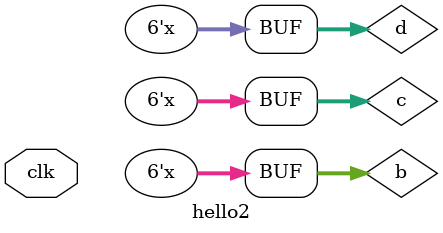
<source format=v>

module hello2(
  input clk
);

  reg [5:0] b;
  reg [5:0] c;
  reg [5:0] d;

  initial begin
    b = 3;
    #1
    c = 4;
    b = 5;
    #1
    b = 6;
  end

 always @(b) begin
   d = b;
   c = c + 1;
   $display("d changed to %d (1)",d);
 end

 always @(b) begin
   d = b+100;
   $display("d changed to %d (100)",d);
 end

 always @(c) begin
   d = c;
   b = c+1;
   $display("d changed to %d (2)",d);
 end

endmodule


</source>
